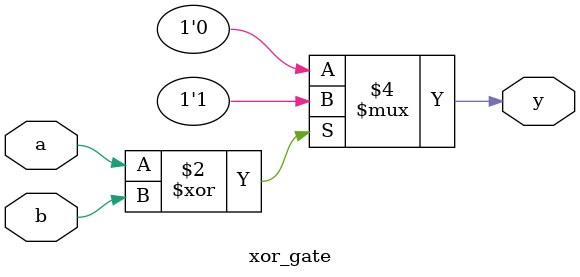
<source format=v>
module xor_gate(input a,b,output reg y);
always @(*)begin
if(a^b)
y=1; 
else
y=0;
end
endmodule 

</source>
